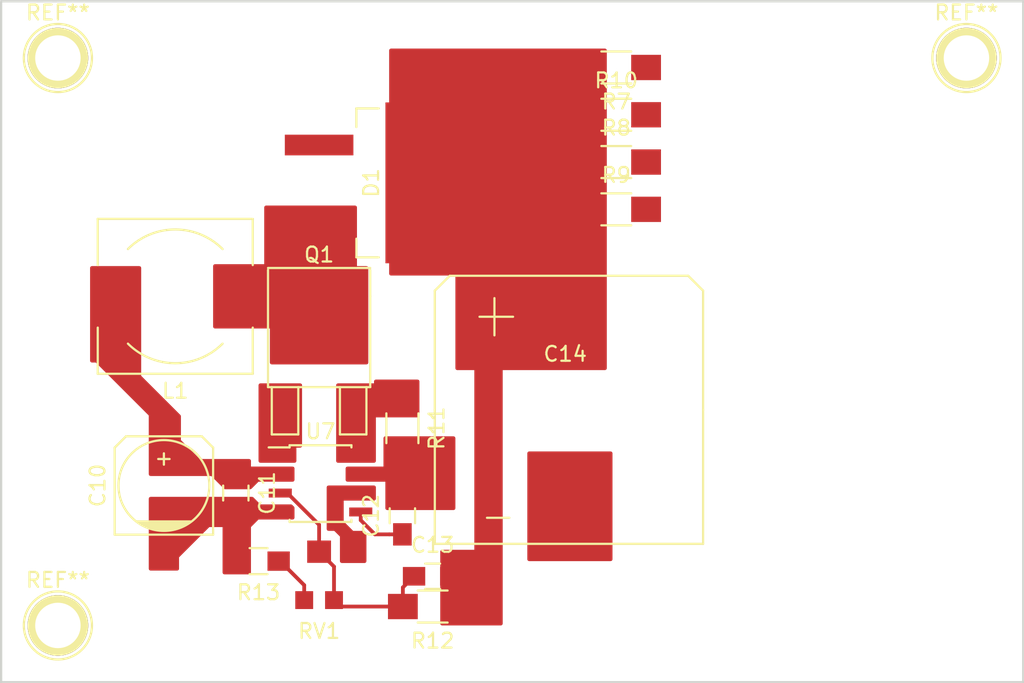
<source format=kicad_pcb>
(kicad_pcb (version 4) (host pcbnew "(2015-12-07 BZR 6352)-product")

  (general
    (links 199)
    (no_connects 130)
    (area -0.075001 -45.795001 68.655001 0.075001)
    (thickness 1.6)
    (drawings 4)
    (tracks 18)
    (zones 0)
    (modules 20)
    (nets 14)
  )

  (page A4)
  (layers
    (0 F.Cu signal)
    (31 B.Cu signal)
    (32 B.Adhes user)
    (33 F.Adhes user)
    (34 B.Paste user)
    (35 F.Paste user)
    (36 B.SilkS user)
    (37 F.SilkS user)
    (38 B.Mask user)
    (39 F.Mask user)
    (40 Dwgs.User user)
    (41 Cmts.User user)
    (42 Eco1.User user)
    (43 Eco2.User user)
    (44 Edge.Cuts user)
    (45 Margin user)
    (46 B.CrtYd user)
    (47 F.CrtYd user)
    (48 B.Fab user)
    (49 F.Fab user)
  )

  (setup
    (last_trace_width 0.254)
    (user_trace_width 0.254)
    (user_trace_width 0.381)
    (user_trace_width 0.508)
    (user_trace_width 0.635)
    (user_trace_width 1.27)
    (trace_clearance 0.2032)
    (zone_clearance 0.2032)
    (zone_45_only no)
    (trace_min 0.2)
    (segment_width 0.2)
    (edge_width 0.15)
    (via_size 0.762)
    (via_drill 0.3302)
    (via_min_size 0.4)
    (via_min_drill 0.3)
    (uvia_size 0.3)
    (uvia_drill 0.1)
    (uvias_allowed no)
    (uvia_min_size 0)
    (uvia_min_drill 0)
    (pcb_text_width 0.3)
    (pcb_text_size 1.5 1.5)
    (mod_edge_width 0.15)
    (mod_text_size 1 1)
    (mod_text_width 0.15)
    (pad_size 2 2)
    (pad_drill 0.59944)
    (pad_to_mask_clearance 0.2)
    (aux_axis_origin 0 0)
    (visible_elements FFFFFF7F)
    (pcbplotparams
      (layerselection 0x00030_80000001)
      (usegerberextensions false)
      (excludeedgelayer true)
      (linewidth 0.100000)
      (plotframeref false)
      (viasonmask false)
      (mode 1)
      (useauxorigin false)
      (hpglpennumber 1)
      (hpglpenspeed 20)
      (hpglpendiameter 15)
      (hpglpenoverlay 2)
      (psnegative false)
      (psa4output false)
      (plotreference true)
      (plotvalue true)
      (plotinvisibletext false)
      (padsonsilk false)
      (subtractmaskfromsilk false)
      (outputformat 1)
      (mirror false)
      (drillshape 1)
      (scaleselection 1)
      (outputdirectory ""))
  )

  (net 0 "")
  (net 1 GND)
  (net 2 170V)
  (net 3 "Net-(R7-Pad1)")
  (net 4 "Net-(R8-Pad2)")
  (net 5 "Net-(R9-Pad2)")
  (net 6 "Net-(R10-Pad2)")
  (net 7 "Net-(C12-Pad1)")
  (net 8 "Net-(C13-Pad1)")
  (net 9 "Net-(D1-Pad2)")
  (net 10 "Net-(Q1-Pad1)")
  (net 11 "Net-(Q1-Pad3)")
  (net 12 "Net-(R13-Pad1)")
  (net 13 +9V)

  (net_class Default "This is the default net class."
    (clearance 0.2032)
    (trace_width 0.2032)
    (via_dia 0.762)
    (via_drill 0.3302)
    (uvia_dia 0.3)
    (uvia_drill 0.1)
    (add_net +5V)
    (add_net +9V)
    (add_net 170V)
    (add_net GND)
    (add_net HourButton)
    (add_net HourOnesA)
    (add_net HourOnesB)
    (add_net HourOnesC)
    (add_net HourOnesD)
    (add_net HourTensA)
    (add_net HourTensB)
    (add_net HourTensC)
    (add_net HourTensD)
    (add_net MinButton)
    (add_net MinOnesA)
    (add_net MinOnesB)
    (add_net MinOnesC)
    (add_net MinOnesD)
    (add_net MinTensA)
    (add_net MinTensB)
    (add_net MinTensC)
    (add_net MinTensD)
    (add_net "Net-(C1-Pad1)")
    (add_net "Net-(C12-Pad1)")
    (add_net "Net-(C13-Pad1)")
    (add_net "Net-(C2-Pad1)")
    (add_net "Net-(D1-Pad2)")
    (add_net "Net-(IC1-Pad19)")
    (add_net "Net-(IC1-Pad22)")
    (add_net "Net-(IC1-Pad25)")
    (add_net "Net-(IC1-Pad26)")
    (add_net "Net-(Q1-Pad1)")
    (add_net "Net-(Q1-Pad3)")
    (add_net "Net-(R1-Pad2)")
    (add_net "Net-(R10-Pad2)")
    (add_net "Net-(R13-Pad1)")
    (add_net "Net-(R2-Pad1)")
    (add_net "Net-(R7-Pad1)")
    (add_net "Net-(R8-Pad2)")
    (add_net "Net-(R9-Pad2)")
    (add_net "Net-(Tube1-Pad10)")
    (add_net "Net-(Tube1-Pad11)")
    (add_net "Net-(Tube1-Pad12)")
    (add_net "Net-(Tube1-Pad13)")
    (add_net "Net-(Tube1-Pad2)")
    (add_net "Net-(Tube1-Pad3)")
    (add_net "Net-(Tube1-Pad4)")
    (add_net "Net-(Tube1-Pad5)")
    (add_net "Net-(Tube1-Pad6)")
    (add_net "Net-(Tube1-Pad7)")
    (add_net "Net-(Tube1-Pad8)")
    (add_net "Net-(Tube1-Pad9)")
    (add_net "Net-(Tube2-Pad10)")
    (add_net "Net-(Tube2-Pad11)")
    (add_net "Net-(Tube2-Pad12)")
    (add_net "Net-(Tube2-Pad13)")
    (add_net "Net-(Tube2-Pad2)")
    (add_net "Net-(Tube2-Pad3)")
    (add_net "Net-(Tube2-Pad4)")
    (add_net "Net-(Tube2-Pad5)")
    (add_net "Net-(Tube2-Pad6)")
    (add_net "Net-(Tube2-Pad7)")
    (add_net "Net-(Tube2-Pad8)")
    (add_net "Net-(Tube2-Pad9)")
    (add_net "Net-(Tube3-Pad10)")
    (add_net "Net-(Tube3-Pad11)")
    (add_net "Net-(Tube3-Pad12)")
    (add_net "Net-(Tube3-Pad13)")
    (add_net "Net-(Tube3-Pad2)")
    (add_net "Net-(Tube3-Pad3)")
    (add_net "Net-(Tube3-Pad4)")
    (add_net "Net-(Tube3-Pad5)")
    (add_net "Net-(Tube3-Pad6)")
    (add_net "Net-(Tube3-Pad7)")
    (add_net "Net-(Tube3-Pad8)")
    (add_net "Net-(Tube3-Pad9)")
    (add_net "Net-(Tube4-Pad10)")
    (add_net "Net-(Tube4-Pad11)")
    (add_net "Net-(Tube4-Pad12)")
    (add_net "Net-(Tube4-Pad13)")
    (add_net "Net-(Tube4-Pad2)")
    (add_net "Net-(Tube4-Pad3)")
    (add_net "Net-(Tube4-Pad4)")
    (add_net "Net-(Tube4-Pad5)")
    (add_net "Net-(Tube4-Pad6)")
    (add_net "Net-(Tube4-Pad7)")
    (add_net "Net-(Tube4-Pad8)")
    (add_net "Net-(Tube4-Pad9)")
    (add_net "Net-(U1-Pad1)")
    (add_net "Net-(U1-Pad2)")
    (add_net "Net-(U1-Pad7)")
    (add_net "Net-(U2-Pad11)")
    (add_net "Net-(U2-Pad13)")
    (add_net "Net-(U2-Pad5)")
    (add_net "Net-(U2-Pad6)")
    (add_net "Net-(U2-Pad8)")
    (add_net "Net-(U2-Pad9)")
    (add_net RESET)
    (add_net SCL)
    (add_net SDA)
  )

  (module Capacitors_SMD:c_elec_6.3x5.3 (layer F.Cu) (tedit 55725E31) (tstamp 5776BC0B)
    (at 10.922 -13.208 90)
    (descr "SMT capacitor, aluminium electrolytic, 6.3x5.3")
    (path /5775C216/5776BCC7)
    (attr smd)
    (fp_text reference C10 (at 0 -4.445 90) (layer F.SilkS)
      (effects (font (size 1 1) (thickness 0.15)))
    )
    (fp_text value 70u (at 0 4.445 90) (layer F.Fab)
      (effects (font (size 1 1) (thickness 0.15)))
    )
    (fp_line (start -4.85 -3.65) (end 4.85 -3.65) (layer F.CrtYd) (width 0.05))
    (fp_line (start 4.85 -3.65) (end 4.85 3.65) (layer F.CrtYd) (width 0.05))
    (fp_line (start 4.85 3.65) (end -4.85 3.65) (layer F.CrtYd) (width 0.05))
    (fp_line (start -4.85 3.65) (end -4.85 -3.65) (layer F.CrtYd) (width 0.05))
    (fp_line (start -2.921 -0.762) (end -2.921 0.762) (layer F.SilkS) (width 0.15))
    (fp_line (start -2.794 1.143) (end -2.794 -1.143) (layer F.SilkS) (width 0.15))
    (fp_line (start -2.667 -1.397) (end -2.667 1.397) (layer F.SilkS) (width 0.15))
    (fp_line (start -2.54 1.651) (end -2.54 -1.651) (layer F.SilkS) (width 0.15))
    (fp_line (start -2.413 -1.778) (end -2.413 1.778) (layer F.SilkS) (width 0.15))
    (fp_line (start -3.302 -3.302) (end -3.302 3.302) (layer F.SilkS) (width 0.15))
    (fp_line (start -3.302 3.302) (end 2.54 3.302) (layer F.SilkS) (width 0.15))
    (fp_line (start 2.54 3.302) (end 3.302 2.54) (layer F.SilkS) (width 0.15))
    (fp_line (start 3.302 2.54) (end 3.302 -2.54) (layer F.SilkS) (width 0.15))
    (fp_line (start 3.302 -2.54) (end 2.54 -3.302) (layer F.SilkS) (width 0.15))
    (fp_line (start 2.54 -3.302) (end -3.302 -3.302) (layer F.SilkS) (width 0.15))
    (fp_line (start 2.159 0) (end 1.397 0) (layer F.SilkS) (width 0.15))
    (fp_line (start 1.778 -0.381) (end 1.778 0.381) (layer F.SilkS) (width 0.15))
    (fp_circle (center 0 0) (end -3.048 0) (layer F.SilkS) (width 0.15))
    (pad 1 smd rect (at 2.75082 0 90) (size 3.59918 1.6002) (layers F.Cu F.Paste F.Mask)
      (net 13 +9V))
    (pad 2 smd rect (at -2.75082 0 90) (size 3.59918 1.6002) (layers F.Cu F.Paste F.Mask)
      (net 1 GND))
    (model Capacitors_SMD.3dshapes/c_elec_6.3x5.3.wrl
      (at (xyz 0 0 0))
      (scale (xyz 1 1 1))
      (rotate (xyz 0 0 0))
    )
  )

  (module Capacitors_SMD:C_0805_HandSoldering (layer F.Cu) (tedit 541A9B8D) (tstamp 5776BC11)
    (at 15.748 -12.7 270)
    (descr "Capacitor SMD 0805, hand soldering")
    (tags "capacitor 0805")
    (path /5775C216/5775DF04)
    (attr smd)
    (fp_text reference C11 (at 0 -2.1 270) (layer F.SilkS)
      (effects (font (size 1 1) (thickness 0.15)))
    )
    (fp_text value u1 (at 0 2.1 270) (layer F.Fab)
      (effects (font (size 1 1) (thickness 0.15)))
    )
    (fp_line (start -2.3 -1) (end 2.3 -1) (layer F.CrtYd) (width 0.05))
    (fp_line (start -2.3 1) (end 2.3 1) (layer F.CrtYd) (width 0.05))
    (fp_line (start -2.3 -1) (end -2.3 1) (layer F.CrtYd) (width 0.05))
    (fp_line (start 2.3 -1) (end 2.3 1) (layer F.CrtYd) (width 0.05))
    (fp_line (start 0.5 -0.85) (end -0.5 -0.85) (layer F.SilkS) (width 0.15))
    (fp_line (start -0.5 0.85) (end 0.5 0.85) (layer F.SilkS) (width 0.15))
    (pad 1 smd rect (at -1.25 0 270) (size 1.5 1.25) (layers F.Cu F.Paste F.Mask)
      (net 13 +9V))
    (pad 2 smd rect (at 1.25 0 270) (size 1.5 1.25) (layers F.Cu F.Paste F.Mask)
      (net 1 GND))
    (model Capacitors_SMD.3dshapes/C_0805_HandSoldering.wrl
      (at (xyz 0 0 0))
      (scale (xyz 1 1 1))
      (rotate (xyz 0 0 0))
    )
  )

  (module Capacitors_SMD:C_0805_HandSoldering (layer F.Cu) (tedit 541A9B8D) (tstamp 5776BC17)
    (at 26.924 -11.176 90)
    (descr "Capacitor SMD 0805, hand soldering")
    (tags "capacitor 0805")
    (path /5775C216/5775DBF2)
    (attr smd)
    (fp_text reference C12 (at 0 -2.1 90) (layer F.SilkS)
      (effects (font (size 1 1) (thickness 0.15)))
    )
    (fp_text value u1 (at 0 2.1 90) (layer F.Fab)
      (effects (font (size 1 1) (thickness 0.15)))
    )
    (fp_line (start -2.3 -1) (end 2.3 -1) (layer F.CrtYd) (width 0.05))
    (fp_line (start -2.3 1) (end 2.3 1) (layer F.CrtYd) (width 0.05))
    (fp_line (start -2.3 -1) (end -2.3 1) (layer F.CrtYd) (width 0.05))
    (fp_line (start 2.3 -1) (end 2.3 1) (layer F.CrtYd) (width 0.05))
    (fp_line (start 0.5 -0.85) (end -0.5 -0.85) (layer F.SilkS) (width 0.15))
    (fp_line (start -0.5 0.85) (end 0.5 0.85) (layer F.SilkS) (width 0.15))
    (pad 1 smd rect (at -1.25 0 90) (size 1.5 1.25) (layers F.Cu F.Paste F.Mask)
      (net 7 "Net-(C12-Pad1)"))
    (pad 2 smd rect (at 1.25 0 90) (size 1.5 1.25) (layers F.Cu F.Paste F.Mask)
      (net 1 GND))
    (model Capacitors_SMD.3dshapes/C_0805_HandSoldering.wrl
      (at (xyz 0 0 0))
      (scale (xyz 1 1 1))
      (rotate (xyz 0 0 0))
    )
  )

  (module Capacitors_SMD:C_0805_HandSoldering (layer F.Cu) (tedit 541A9B8D) (tstamp 5776BC1D)
    (at 28.956 -7.112)
    (descr "Capacitor SMD 0805, hand soldering")
    (tags "capacitor 0805")
    (path /5775C216/5775DB29)
    (attr smd)
    (fp_text reference C13 (at 0 -2.1) (layer F.SilkS)
      (effects (font (size 1 1) (thickness 0.15)))
    )
    (fp_text value 100p (at 0 2.1) (layer F.Fab)
      (effects (font (size 1 1) (thickness 0.15)))
    )
    (fp_line (start -2.3 -1) (end 2.3 -1) (layer F.CrtYd) (width 0.05))
    (fp_line (start -2.3 1) (end 2.3 1) (layer F.CrtYd) (width 0.05))
    (fp_line (start -2.3 -1) (end -2.3 1) (layer F.CrtYd) (width 0.05))
    (fp_line (start 2.3 -1) (end 2.3 1) (layer F.CrtYd) (width 0.05))
    (fp_line (start 0.5 -0.85) (end -0.5 -0.85) (layer F.SilkS) (width 0.15))
    (fp_line (start -0.5 0.85) (end 0.5 0.85) (layer F.SilkS) (width 0.15))
    (pad 1 smd rect (at -1.25 0) (size 1.5 1.25) (layers F.Cu F.Paste F.Mask)
      (net 8 "Net-(C13-Pad1)"))
    (pad 2 smd rect (at 1.25 0) (size 1.5 1.25) (layers F.Cu F.Paste F.Mask)
      (net 2 170V))
    (model Capacitors_SMD.3dshapes/C_0805_HandSoldering.wrl
      (at (xyz 0 0 0))
      (scale (xyz 1 1 1))
      (rotate (xyz 0 0 0))
    )
  )

  (module Footprints:SMDCap18mm (layer F.Cu) (tedit 5776B704) (tstamp 5776BC23)
    (at 38.1 -18.288 180)
    (path /5775C216/5776B755)
    (fp_text reference C14 (at 0.25 3.75 180) (layer F.SilkS)
      (effects (font (size 1 1) (thickness 0.15)))
    )
    (fp_text value 100u (at 0.25 -3 180) (layer F.Fab)
      (effects (font (size 1 1) (thickness 0.15)))
    )
    (fp_line (start 4 -7.25) (end 5.5 -7.25) (layer F.SilkS) (width 0.15))
    (fp_line (start 3.75 6.25) (end 6 6.25) (layer F.SilkS) (width 0.15))
    (fp_line (start 5 5) (end 5 7.5) (layer F.SilkS) (width 0.15))
    (fp_line (start 9 8) (end 9 0) (layer F.SilkS) (width 0.15))
    (fp_line (start 8 9) (end 9 8) (layer F.SilkS) (width 0.15))
    (fp_line (start -8 9) (end 8 9) (layer F.SilkS) (width 0.15))
    (fp_line (start -9 8) (end -8 9) (layer F.SilkS) (width 0.15))
    (fp_line (start -9 0) (end -9 8) (layer F.SilkS) (width 0.15))
    (fp_line (start -9 -9) (end -9 0) (layer F.SilkS) (width 0.15))
    (fp_line (start 9 -9) (end -9 -9) (layer F.SilkS) (width 0.15))
    (fp_line (start 9 0) (end 9 -9) (layer F.SilkS) (width 0.15))
    (pad 1 smd rect (at 0 6.5 180) (size 1.7 6.8) (layers F.Cu F.Paste F.Mask)
      (net 2 170V))
    (pad 2 smd rect (at 0 -6.5 180) (size 1.7 6.8) (layers F.Cu F.Paste F.Mask)
      (net 1 GND))
  )

  (module Choke_SMD:Choke_SMD_10.4x10.4_H4.8 (layer F.Cu) (tedit 552CF641) (tstamp 5776BC31)
    (at 11.684 -25.908 180)
    (descr "Choke, SMD, 10.4x10.4mm 4.8mm height")
    (tags "Choke, SMD")
    (path /5775C216/5775D8CC)
    (attr smd)
    (fp_text reference L1 (at 0 -6.35 180) (layer F.SilkS)
      (effects (font (size 1 1) (thickness 0.15)))
    )
    (fp_text value 33u (at 0 6.35 180) (layer F.Fab)
      (effects (font (size 1 1) (thickness 0.15)))
    )
    (fp_line (start -5.75 -5.45) (end -5.75 5.45) (layer F.CrtYd) (width 0.05))
    (fp_line (start -5.75 5.45) (end 5.75 5.45) (layer F.CrtYd) (width 0.05))
    (fp_line (start 5.75 5.45) (end 5.75 -5.45) (layer F.CrtYd) (width 0.05))
    (fp_line (start 5.75 -5.45) (end -5.75 -5.45) (layer F.CrtYd) (width 0.05))
    (fp_arc (start 0 0) (end 3.175 3.175) (angle 90) (layer F.SilkS) (width 0.15))
    (fp_arc (start 0 0) (end -3.175 -3.175) (angle 90) (layer F.SilkS) (width 0.15))
    (fp_line (start 5.2 -5.2) (end 5.2 -2.1) (layer F.SilkS) (width 0.15))
    (fp_line (start -5.2 -5.2) (end -5.2 -2.1) (layer F.SilkS) (width 0.15))
    (fp_line (start 5.2 5.2) (end 5.2 2.1) (layer F.SilkS) (width 0.15))
    (fp_line (start -5.2 5.2) (end -5.2 2.1) (layer F.SilkS) (width 0.15))
    (fp_line (start -5.2 -5.2) (end 5.2 -5.2) (layer F.SilkS) (width 0.15))
    (fp_line (start -5.2 5.2) (end 5.2 5.2) (layer F.SilkS) (width 0.15))
    (pad 1 smd rect (at -4.15 0 180) (size 2.7 3.6) (layers F.Cu F.Paste F.Mask)
      (net 9 "Net-(D1-Pad2)"))
    (pad 2 smd rect (at 4.15 0 180) (size 2.7 3.6) (layers F.Cu F.Paste F.Mask)
      (net 13 +9V))
  )

  (module TO_SOT_Packages_SMD:TO-252-2Lead (layer F.Cu) (tedit 0) (tstamp 5776BC38)
    (at 21.336 -18.288)
    (descr "DPAK / TO-252 2-lead smd package")
    (tags "dpak TO-252")
    (path /5775C216/5775D4B1)
    (attr smd)
    (fp_text reference Q1 (at 0 -10.414) (layer F.SilkS)
      (effects (font (size 1 1) (thickness 0.15)))
    )
    (fp_text value Q_NMOS_GDS (at 0 -2.413) (layer F.Fab)
      (effects (font (size 1 1) (thickness 0.15)))
    )
    (fp_line (start 1.397 -1.524) (end 1.397 1.651) (layer F.SilkS) (width 0.15))
    (fp_line (start 1.397 1.651) (end 3.175 1.651) (layer F.SilkS) (width 0.15))
    (fp_line (start 3.175 1.651) (end 3.175 -1.524) (layer F.SilkS) (width 0.15))
    (fp_line (start -3.175 -1.524) (end -3.175 1.651) (layer F.SilkS) (width 0.15))
    (fp_line (start -3.175 1.651) (end -1.397 1.651) (layer F.SilkS) (width 0.15))
    (fp_line (start -1.397 1.651) (end -1.397 -1.524) (layer F.SilkS) (width 0.15))
    (fp_line (start 3.429 -7.62) (end 3.429 -1.524) (layer F.SilkS) (width 0.15))
    (fp_line (start 3.429 -1.524) (end -3.429 -1.524) (layer F.SilkS) (width 0.15))
    (fp_line (start -3.429 -1.524) (end -3.429 -9.398) (layer F.SilkS) (width 0.15))
    (fp_line (start -3.429 -9.525) (end 3.429 -9.525) (layer F.SilkS) (width 0.15))
    (fp_line (start 3.429 -9.398) (end 3.429 -7.62) (layer F.SilkS) (width 0.15))
    (pad 1 smd rect (at -2.286 0) (size 1.651 3.048) (layers F.Cu F.Paste F.Mask)
      (net 10 "Net-(Q1-Pad1)"))
    (pad 2 smd rect (at 0 -6.35) (size 6.096 6.096) (layers F.Cu F.Paste F.Mask)
      (net 9 "Net-(D1-Pad2)"))
    (pad 3 smd rect (at 2.286 0) (size 1.651 3.048) (layers F.Cu F.Paste F.Mask)
      (net 11 "Net-(Q1-Pad3)"))
    (model TO_SOT_Packages_SMD.3dshapes/TO-252-2Lead.wrl
      (at (xyz 0 0 0))
      (scale (xyz 1 1 1))
      (rotate (xyz 0 0 0))
    )
  )

  (module Resistors_SMD:R_1206_HandSoldering (layer F.Cu) (tedit 5418A20D) (tstamp 5776BC3E)
    (at 26.924 -17.05 270)
    (descr "Resistor SMD 1206, hand soldering")
    (tags "resistor 1206")
    (path /5775C216/5775D76C)
    (attr smd)
    (fp_text reference R11 (at 0 -2.3 270) (layer F.SilkS)
      (effects (font (size 1 1) (thickness 0.15)))
    )
    (fp_text value 0R40 (at 0 2.3 270) (layer F.Fab)
      (effects (font (size 1 1) (thickness 0.15)))
    )
    (fp_line (start -3.3 -1.2) (end 3.3 -1.2) (layer F.CrtYd) (width 0.05))
    (fp_line (start -3.3 1.2) (end 3.3 1.2) (layer F.CrtYd) (width 0.05))
    (fp_line (start -3.3 -1.2) (end -3.3 1.2) (layer F.CrtYd) (width 0.05))
    (fp_line (start 3.3 -1.2) (end 3.3 1.2) (layer F.CrtYd) (width 0.05))
    (fp_line (start 1 1.075) (end -1 1.075) (layer F.SilkS) (width 0.15))
    (fp_line (start -1 -1.075) (end 1 -1.075) (layer F.SilkS) (width 0.15))
    (pad 1 smd rect (at -2 0 270) (size 2 1.7) (layers F.Cu F.Paste F.Mask)
      (net 11 "Net-(Q1-Pad3)"))
    (pad 2 smd rect (at 2 0 270) (size 2 1.7) (layers F.Cu F.Paste F.Mask)
      (net 1 GND))
    (model Resistors_SMD.3dshapes/R_1206_HandSoldering.wrl
      (at (xyz 0 0 0))
      (scale (xyz 1 1 1))
      (rotate (xyz 0 0 0))
    )
  )

  (module Resistors_SMD:R_1206_HandSoldering (layer F.Cu) (tedit 5418A20D) (tstamp 5776BC44)
    (at 28.956 -5.08 180)
    (descr "Resistor SMD 1206, hand soldering")
    (tags "resistor 1206")
    (path /5775C216/5775D9A9)
    (attr smd)
    (fp_text reference R12 (at 0 -2.3 180) (layer F.SilkS)
      (effects (font (size 1 1) (thickness 0.15)))
    )
    (fp_text value 1M5 (at 0 2.3 180) (layer F.Fab)
      (effects (font (size 1 1) (thickness 0.15)))
    )
    (fp_line (start -3.3 -1.2) (end 3.3 -1.2) (layer F.CrtYd) (width 0.05))
    (fp_line (start -3.3 1.2) (end 3.3 1.2) (layer F.CrtYd) (width 0.05))
    (fp_line (start -3.3 -1.2) (end -3.3 1.2) (layer F.CrtYd) (width 0.05))
    (fp_line (start 3.3 -1.2) (end 3.3 1.2) (layer F.CrtYd) (width 0.05))
    (fp_line (start 1 1.075) (end -1 1.075) (layer F.SilkS) (width 0.15))
    (fp_line (start -1 -1.075) (end 1 -1.075) (layer F.SilkS) (width 0.15))
    (pad 1 smd rect (at -2 0 180) (size 2 1.7) (layers F.Cu F.Paste F.Mask)
      (net 2 170V))
    (pad 2 smd rect (at 2 0 180) (size 2 1.7) (layers F.Cu F.Paste F.Mask)
      (net 8 "Net-(C13-Pad1)"))
    (model Resistors_SMD.3dshapes/R_1206_HandSoldering.wrl
      (at (xyz 0 0 0))
      (scale (xyz 1 1 1))
      (rotate (xyz 0 0 0))
    )
  )

  (module Resistors_SMD:R_0805_HandSoldering (layer F.Cu) (tedit 54189DEE) (tstamp 5776BC4A)
    (at 17.272 -8.128 180)
    (descr "Resistor SMD 0805, hand soldering")
    (tags "resistor 0805")
    (path /5775C216/5775DA0C)
    (attr smd)
    (fp_text reference R13 (at 0 -2.1 180) (layer F.SilkS)
      (effects (font (size 1 1) (thickness 0.15)))
    )
    (fp_text value 47k (at 0 2.1 180) (layer F.Fab)
      (effects (font (size 1 1) (thickness 0.15)))
    )
    (fp_line (start -2.4 -1) (end 2.4 -1) (layer F.CrtYd) (width 0.05))
    (fp_line (start -2.4 1) (end 2.4 1) (layer F.CrtYd) (width 0.05))
    (fp_line (start -2.4 -1) (end -2.4 1) (layer F.CrtYd) (width 0.05))
    (fp_line (start 2.4 -1) (end 2.4 1) (layer F.CrtYd) (width 0.05))
    (fp_line (start 0.6 0.875) (end -0.6 0.875) (layer F.SilkS) (width 0.15))
    (fp_line (start -0.6 -0.875) (end 0.6 -0.875) (layer F.SilkS) (width 0.15))
    (pad 1 smd rect (at -1.35 0 180) (size 1.5 1.3) (layers F.Cu F.Paste F.Mask)
      (net 12 "Net-(R13-Pad1)"))
    (pad 2 smd rect (at 1.35 0 180) (size 1.5 1.3) (layers F.Cu F.Paste F.Mask)
      (net 1 GND))
    (model Resistors_SMD.3dshapes/R_0805_HandSoldering.wrl
      (at (xyz 0 0 0))
      (scale (xyz 1 1 1))
      (rotate (xyz 0 0 0))
    )
  )

  (module Footprints:EVM3Y (layer F.Cu) (tedit 5776BA02) (tstamp 5776BC51)
    (at 21.336 -7.112)
    (path /5775C216/5775DA5F)
    (fp_text reference RV1 (at 0 3.684) (layer F.SilkS)
      (effects (font (size 1 1) (thickness 0.15)))
    )
    (fp_text value 10k (at 0.508 -3.428) (layer F.Fab)
      (effects (font (size 1 1) (thickness 0.15)))
    )
    (pad 1 smd rect (at -1 1.6) (size 1.2 1.2) (layers F.Cu F.Paste F.Mask)
      (net 12 "Net-(R13-Pad1)"))
    (pad 3 smd rect (at 1 1.6) (size 1.2 1.2) (layers F.Cu F.Paste F.Mask)
      (net 8 "Net-(C13-Pad1)"))
    (pad 2 smd rect (at 0 -1.65) (size 1.6 1.5) (layers F.Cu F.Paste F.Mask)
      (net 8 "Net-(C13-Pad1)"))
  )

  (module Housings_SOIC:SOIC-8_3.9x4.9mm_Pitch1.27mm (layer F.Cu) (tedit 54130A77) (tstamp 5776BC5D)
    (at 21.43 -13.335)
    (descr "8-Lead Plastic Small Outline (SN) - Narrow, 3.90 mm Body [SOIC] (see Microchip Packaging Specification 00000049BS.pdf)")
    (tags "SOIC 1.27")
    (path /5775C216/5775D721)
    (attr smd)
    (fp_text reference U7 (at 0 -3.5) (layer F.SilkS)
      (effects (font (size 1 1) (thickness 0.15)))
    )
    (fp_text value Max1771 (at 0 3.5) (layer F.Fab)
      (effects (font (size 1 1) (thickness 0.15)))
    )
    (fp_line (start -3.75 -2.75) (end -3.75 2.75) (layer F.CrtYd) (width 0.05))
    (fp_line (start 3.75 -2.75) (end 3.75 2.75) (layer F.CrtYd) (width 0.05))
    (fp_line (start -3.75 -2.75) (end 3.75 -2.75) (layer F.CrtYd) (width 0.05))
    (fp_line (start -3.75 2.75) (end 3.75 2.75) (layer F.CrtYd) (width 0.05))
    (fp_line (start -2.075 -2.575) (end -2.075 -2.43) (layer F.SilkS) (width 0.15))
    (fp_line (start 2.075 -2.575) (end 2.075 -2.43) (layer F.SilkS) (width 0.15))
    (fp_line (start 2.075 2.575) (end 2.075 2.43) (layer F.SilkS) (width 0.15))
    (fp_line (start -2.075 2.575) (end -2.075 2.43) (layer F.SilkS) (width 0.15))
    (fp_line (start -2.075 -2.575) (end 2.075 -2.575) (layer F.SilkS) (width 0.15))
    (fp_line (start -2.075 2.575) (end 2.075 2.575) (layer F.SilkS) (width 0.15))
    (fp_line (start -2.075 -2.43) (end -3.475 -2.43) (layer F.SilkS) (width 0.15))
    (pad 1 smd rect (at -2.7 -1.905) (size 1.55 0.6) (layers F.Cu F.Paste F.Mask)
      (net 10 "Net-(Q1-Pad1)"))
    (pad 2 smd rect (at -2.7 -0.635) (size 1.55 0.6) (layers F.Cu F.Paste F.Mask)
      (net 13 +9V))
    (pad 3 smd rect (at -2.7 0.635) (size 1.55 0.6) (layers F.Cu F.Paste F.Mask)
      (net 8 "Net-(C13-Pad1)"))
    (pad 4 smd rect (at -2.7 1.905) (size 1.55 0.6) (layers F.Cu F.Paste F.Mask)
      (net 1 GND))
    (pad 5 smd rect (at 2.7 1.905) (size 1.55 0.6) (layers F.Cu F.Paste F.Mask)
      (net 7 "Net-(C12-Pad1)"))
    (pad 6 smd rect (at 2.7 0.635) (size 1.55 0.6) (layers F.Cu F.Paste F.Mask)
      (net 1 GND))
    (pad 7 smd rect (at 2.7 -0.635) (size 1.55 0.6) (layers F.Cu F.Paste F.Mask)
      (net 1 GND))
    (pad 8 smd rect (at 2.7 -1.905) (size 1.55 0.6) (layers F.Cu F.Paste F.Mask)
      (net 11 "Net-(Q1-Pad3)"))
    (model Housings_SOIC.3dshapes/SOIC-8_3.9x4.9mm_Pitch1.27mm.wrl
      (at (xyz 0 0 0))
      (scale (xyz 1 1 1))
      (rotate (xyz 0 0 0))
    )
  )

  (module Footprints:TO-263-ForDiode (layer F.Cu) (tedit 5776BC20) (tstamp 5776BD5B)
    (at 21.336 -33.528)
    (descr "D2PAK / TO-263 3-lead smd package")
    (tags "D2PAK D2PAK-3 TO-263AB TO-263")
    (path /5775C216/5775D93E)
    (attr smd)
    (fp_text reference D1 (at 3.5 0 90) (layer F.SilkS)
      (effects (font (size 1 1) (thickness 0.15)))
    )
    (fp_text value D_Schottky (at 15.25 -0.25 90) (layer F.Fab)
      (effects (font (size 1 1) (thickness 0.15)))
    )
    (fp_line (start 14.1 5.65) (end -2.55 5.65) (layer F.CrtYd) (width 0.05))
    (fp_line (start 14.1 -5.65) (end 14.1 5.65) (layer F.CrtYd) (width 0.05))
    (fp_line (start 14.1 -5.65) (end -2.55 -5.65) (layer F.CrtYd) (width 0.05))
    (fp_line (start -2.55 -5.65) (end -2.55 5.65) (layer F.CrtYd) (width 0.05))
    (fp_line (start 2.5 5) (end 2.5 3.75) (layer F.SilkS) (width 0.15))
    (fp_line (start 2.5 5) (end 4 5) (layer F.SilkS) (width 0.15))
    (fp_line (start 2.5 -5) (end 4 -5) (layer F.SilkS) (width 0.15))
    (fp_line (start 2.5 -5) (end 2.5 -3.75) (layer F.SilkS) (width 0.15))
    (pad 1 smd rect (at 9.15 0) (size 9.4 10.8) (layers F.Cu F.Paste F.Mask)
      (net 2 170V))
    (pad 2 smd rect (at 0 2.54) (size 4.6 1.39) (layers F.Cu F.Paste F.Mask)
      (net 9 "Net-(D1-Pad2)"))
    (pad 0 smd rect (at 0 -2.54) (size 4.6 1.39) (layers F.Cu F.Paste F.Mask))
    (model TO_SOT_Packages_SMD.3dshapes/TO-263-3Lead.wrl
      (at (xyz 0 0 0))
      (scale (xyz 1 1 1))
      (rotate (xyz 0 0 90))
    )
  )

  (module Connect:1pin (layer F.Cu) (tedit 0) (tstamp 5776CDB5)
    (at 64.77 -41.91)
    (descr "module 1 pin (ou trou mecanique de percage)")
    (tags DEV)
    (fp_text reference REF** (at 0 -3.048) (layer F.SilkS)
      (effects (font (size 1 1) (thickness 0.15)))
    )
    (fp_text value 1pin (at 0 2.794) (layer F.Fab)
      (effects (font (size 1 1) (thickness 0.15)))
    )
    (fp_circle (center 0 0) (end 0 -2.286) (layer F.SilkS) (width 0.15))
    (pad 1 thru_hole circle (at 0 0) (size 4.064 4.064) (drill 3.048) (layers *.Cu *.Mask F.SilkS))
  )

  (module Connect:1pin (layer F.Cu) (tedit 0) (tstamp 5776CDBB)
    (at 3.81 -41.91)
    (descr "module 1 pin (ou trou mecanique de percage)")
    (tags DEV)
    (fp_text reference REF** (at 0 -3.048) (layer F.SilkS)
      (effects (font (size 1 1) (thickness 0.15)))
    )
    (fp_text value 1pin (at 0 2.794) (layer F.Fab)
      (effects (font (size 1 1) (thickness 0.15)))
    )
    (fp_circle (center 0 0) (end 0 -2.286) (layer F.SilkS) (width 0.15))
    (pad 1 thru_hole circle (at 0 0) (size 4.064 4.064) (drill 3.048) (layers *.Cu *.Mask F.SilkS))
  )

  (module Connect:1pin (layer F.Cu) (tedit 0) (tstamp 5776CDC1)
    (at 3.81 -3.81)
    (descr "module 1 pin (ou trou mecanique de percage)")
    (tags DEV)
    (fp_text reference REF** (at 0 -3.048) (layer F.SilkS)
      (effects (font (size 1 1) (thickness 0.15)))
    )
    (fp_text value 1pin (at 0 2.794) (layer F.Fab)
      (effects (font (size 1 1) (thickness 0.15)))
    )
    (fp_circle (center 0 0) (end 0 -2.286) (layer F.SilkS) (width 0.15))
    (pad 1 thru_hole circle (at 0 0) (size 4.064 4.064) (drill 3.048) (layers *.Cu *.Mask F.SilkS))
  )

  (module Resistors_SMD:R_1206_HandSoldering (layer F.Cu) (tedit 5418A20D) (tstamp 5776E860)
    (at 41.275 -41.275 180)
    (descr "Resistor SMD 1206, hand soldering")
    (tags "resistor 1206")
    (path /569AF74E/569B2C1B)
    (attr smd)
    (fp_text reference R7 (at 0 -2.3 180) (layer F.SilkS)
      (effects (font (size 1 1) (thickness 0.15)))
    )
    (fp_text value 47K (at 0 2.3 180) (layer F.Fab)
      (effects (font (size 1 1) (thickness 0.15)))
    )
    (fp_line (start -3.3 -1.2) (end 3.3 -1.2) (layer F.CrtYd) (width 0.05))
    (fp_line (start -3.3 1.2) (end 3.3 1.2) (layer F.CrtYd) (width 0.05))
    (fp_line (start -3.3 -1.2) (end -3.3 1.2) (layer F.CrtYd) (width 0.05))
    (fp_line (start 3.3 -1.2) (end 3.3 1.2) (layer F.CrtYd) (width 0.05))
    (fp_line (start 1 1.075) (end -1 1.075) (layer F.SilkS) (width 0.15))
    (fp_line (start -1 -1.075) (end 1 -1.075) (layer F.SilkS) (width 0.15))
    (pad 1 smd rect (at -2 0 180) (size 2 1.7) (layers F.Cu F.Paste F.Mask)
      (net 3 "Net-(R7-Pad1)"))
    (pad 2 smd rect (at 2 0 180) (size 2 1.7) (layers F.Cu F.Paste F.Mask)
      (net 2 170V))
    (model Resistors_SMD.3dshapes/R_1206_HandSoldering.wrl
      (at (xyz 0 0 0))
      (scale (xyz 1 1 1))
      (rotate (xyz 0 0 0))
    )
  )

  (module Resistors_SMD:R_1206_HandSoldering (layer F.Cu) (tedit 5418A20D) (tstamp 5776E86B)
    (at 41.275 -34.925)
    (descr "Resistor SMD 1206, hand soldering")
    (tags "resistor 1206")
    (path /569AF74E/569B2CE7)
    (attr smd)
    (fp_text reference R8 (at 0 -2.3) (layer F.SilkS)
      (effects (font (size 1 1) (thickness 0.15)))
    )
    (fp_text value 47K (at 0 2.3) (layer F.Fab)
      (effects (font (size 1 1) (thickness 0.15)))
    )
    (fp_line (start -3.3 -1.2) (end 3.3 -1.2) (layer F.CrtYd) (width 0.05))
    (fp_line (start -3.3 1.2) (end 3.3 1.2) (layer F.CrtYd) (width 0.05))
    (fp_line (start -3.3 -1.2) (end -3.3 1.2) (layer F.CrtYd) (width 0.05))
    (fp_line (start 3.3 -1.2) (end 3.3 1.2) (layer F.CrtYd) (width 0.05))
    (fp_line (start 1 1.075) (end -1 1.075) (layer F.SilkS) (width 0.15))
    (fp_line (start -1 -1.075) (end 1 -1.075) (layer F.SilkS) (width 0.15))
    (pad 1 smd rect (at -2 0) (size 2 1.7) (layers F.Cu F.Paste F.Mask)
      (net 2 170V))
    (pad 2 smd rect (at 2 0) (size 2 1.7) (layers F.Cu F.Paste F.Mask)
      (net 4 "Net-(R8-Pad2)"))
    (model Resistors_SMD.3dshapes/R_1206_HandSoldering.wrl
      (at (xyz 0 0 0))
      (scale (xyz 1 1 1))
      (rotate (xyz 0 0 0))
    )
  )

  (module Resistors_SMD:R_1206_HandSoldering (layer F.Cu) (tedit 5418A20D) (tstamp 5776E876)
    (at 41.275 -31.75)
    (descr "Resistor SMD 1206, hand soldering")
    (tags "resistor 1206")
    (path /569AF74E/569B2C81)
    (attr smd)
    (fp_text reference R9 (at 0 -2.3) (layer F.SilkS)
      (effects (font (size 1 1) (thickness 0.15)))
    )
    (fp_text value 47K (at 0 2.3) (layer F.Fab)
      (effects (font (size 1 1) (thickness 0.15)))
    )
    (fp_line (start -3.3 -1.2) (end 3.3 -1.2) (layer F.CrtYd) (width 0.05))
    (fp_line (start -3.3 1.2) (end 3.3 1.2) (layer F.CrtYd) (width 0.05))
    (fp_line (start -3.3 -1.2) (end -3.3 1.2) (layer F.CrtYd) (width 0.05))
    (fp_line (start 3.3 -1.2) (end 3.3 1.2) (layer F.CrtYd) (width 0.05))
    (fp_line (start 1 1.075) (end -1 1.075) (layer F.SilkS) (width 0.15))
    (fp_line (start -1 -1.075) (end 1 -1.075) (layer F.SilkS) (width 0.15))
    (pad 1 smd rect (at -2 0) (size 2 1.7) (layers F.Cu F.Paste F.Mask)
      (net 2 170V))
    (pad 2 smd rect (at 2 0) (size 2 1.7) (layers F.Cu F.Paste F.Mask)
      (net 5 "Net-(R9-Pad2)"))
    (model Resistors_SMD.3dshapes/R_1206_HandSoldering.wrl
      (at (xyz 0 0 0))
      (scale (xyz 1 1 1))
      (rotate (xyz 0 0 0))
    )
  )

  (module Resistors_SMD:R_1206_HandSoldering (layer F.Cu) (tedit 5418A20D) (tstamp 5776E881)
    (at 41.275 -38.1)
    (descr "Resistor SMD 1206, hand soldering")
    (tags "resistor 1206")
    (path /569AF74E/569B2E28)
    (attr smd)
    (fp_text reference R10 (at 0 -2.3) (layer F.SilkS)
      (effects (font (size 1 1) (thickness 0.15)))
    )
    (fp_text value 47K (at 0 2.3) (layer F.Fab)
      (effects (font (size 1 1) (thickness 0.15)))
    )
    (fp_line (start -3.3 -1.2) (end 3.3 -1.2) (layer F.CrtYd) (width 0.05))
    (fp_line (start -3.3 1.2) (end 3.3 1.2) (layer F.CrtYd) (width 0.05))
    (fp_line (start -3.3 -1.2) (end -3.3 1.2) (layer F.CrtYd) (width 0.05))
    (fp_line (start 3.3 -1.2) (end 3.3 1.2) (layer F.CrtYd) (width 0.05))
    (fp_line (start 1 1.075) (end -1 1.075) (layer F.SilkS) (width 0.15))
    (fp_line (start -1 -1.075) (end 1 -1.075) (layer F.SilkS) (width 0.15))
    (pad 1 smd rect (at -2 0) (size 2 1.7) (layers F.Cu F.Paste F.Mask)
      (net 2 170V))
    (pad 2 smd rect (at 2 0) (size 2 1.7) (layers F.Cu F.Paste F.Mask)
      (net 6 "Net-(R10-Pad2)"))
    (model Resistors_SMD.3dshapes/R_1206_HandSoldering.wrl
      (at (xyz 0 0 0))
      (scale (xyz 1 1 1))
      (rotate (xyz 0 0 0))
    )
  )

  (gr_line (start 68.58 0) (end 68.58 -45.72) (layer Edge.Cuts) (width 0.15))
  (gr_line (start 0 0) (end 68.58 0) (layer Edge.Cuts) (width 0.15))
  (gr_line (start 0 -45.72) (end 0 0) (layer Edge.Cuts) (width 0.15))
  (gr_line (start 68.58 -45.72) (end 0 -45.72) (layer Edge.Cuts) (width 0.15))

  (segment (start 30.956 -5.08) (end 30.956 -6.362) (width 0.254) (layer F.Cu) (net 2))
  (segment (start 30.956 -6.362) (end 30.206 -7.112) (width 0.254) (layer F.Cu) (net 2))
  (segment (start 24.13 -11.43) (end 24.13 -10.876) (width 0.254) (layer F.Cu) (net 7))
  (segment (start 24.13 -10.876) (end 25.08 -9.926) (width 0.254) (layer F.Cu) (net 7))
  (segment (start 25.08 -9.926) (end 26.045 -9.926) (width 0.254) (layer F.Cu) (net 7))
  (segment (start 26.045 -9.926) (end 26.924 -9.926) (width 0.254) (layer F.Cu) (net 7))
  (segment (start 22.336 -5.512) (end 22.336 -7.762) (width 0.254) (layer F.Cu) (net 8))
  (segment (start 22.336 -7.762) (end 21.336 -8.762) (width 0.254) (layer F.Cu) (net 8))
  (segment (start 26.956 -5.08) (end 22.768 -5.08) (width 0.254) (layer F.Cu) (net 8))
  (segment (start 22.768 -5.08) (end 22.336 -5.512) (width 0.254) (layer F.Cu) (net 8))
  (segment (start 26.956 -5.08) (end 26.956 -6.362) (width 0.254) (layer F.Cu) (net 8))
  (segment (start 26.956 -6.362) (end 27.706 -7.112) (width 0.254) (layer F.Cu) (net 8))
  (segment (start 21.336 -8.762) (end 21.336 -10.569) (width 0.254) (layer F.Cu) (net 8))
  (segment (start 21.336 -10.569) (end 19.205 -12.7) (width 0.254) (layer F.Cu) (net 8))
  (segment (start 19.205 -12.7) (end 18.73 -12.7) (width 0.254) (layer F.Cu) (net 8))
  (segment (start 20.336 -5.512) (end 20.336 -6.514) (width 0.254) (layer F.Cu) (net 12))
  (segment (start 20.336 -6.514) (end 18.722 -8.128) (width 0.254) (layer F.Cu) (net 12))
  (segment (start 18.722 -8.128) (end 18.622 -8.128) (width 0.254) (layer F.Cu) (net 12))

  (zone (net 1) (net_name GND) (layer B.Cu) (tstamp 0) (hatch edge 0.508)
    (connect_pads (clearance 1.5))
    (min_thickness 0.254)
    (fill yes (arc_segments 16) (thermal_gap 0.508) (thermal_bridge_width 0.508))
    (polygon
      (pts
        (xy 0 -45.72) (xy 0 0) (xy 68.58 0) (xy 68.58 -45.72)
      )
    )
  )
  (zone (net 10) (net_name "Net-(Q1-Pad1)") (layer F.Cu) (tstamp 0) (hatch edge 0.508)
    (connect_pads yes (clearance 0.2032))
    (min_thickness 0.254)
    (fill yes (arc_segments 16) (thermal_gap 0.508) (thermal_bridge_width 0.508))
    (polygon
      (pts
        (xy 19.685 -14.732) (xy 17.272 -14.732) (xy 17.272 -20.066) (xy 20.193 -20.066) (xy 20.193 -15.748)
        (xy 19.812 -15.748) (xy 19.812 -14.732)
      )
    )
    (filled_polygon
      (pts
        (xy 20.066 -15.875) (xy 19.812 -15.875) (xy 19.76259 -15.864994) (xy 19.720965 -15.836553) (xy 19.693685 -15.794159)
        (xy 19.685 -15.748) (xy 19.685 -14.859) (xy 17.399 -14.859) (xy 17.399 -19.939) (xy 20.066 -19.939)
      )
    )
  )
  (zone (net 9) (net_name "Net-(D1-Pad2)") (layer F.Cu) (tstamp 0) (hatch edge 0.508)
    (connect_pads yes (clearance 0.2032))
    (min_thickness 0.254)
    (fill yes (arc_segments 16) (thermal_gap 0.508) (thermal_bridge_width 0.508))
    (polygon
      (pts
        (xy 24.638 -21.336) (xy 18.034 -21.336) (xy 18.034 -23.749) (xy 14.224 -23.749) (xy 14.224 -28.067)
        (xy 17.653 -28.067) (xy 17.653 -32.004) (xy 23.876 -32.004) (xy 23.876 -29.845) (xy 23.876 -27.94)
        (xy 24.638 -27.94)
      )
    )
    (filled_polygon
      (pts
        (xy 23.749 -27.94) (xy 23.759006 -27.89059) (xy 23.787447 -27.848965) (xy 23.829841 -27.821685) (xy 23.876 -27.813)
        (xy 24.511 -27.813) (xy 24.511 -21.463) (xy 18.161 -21.463) (xy 18.161 -23.749) (xy 18.150994 -23.79841)
        (xy 18.122553 -23.840035) (xy 18.080159 -23.867315) (xy 18.034 -23.876) (xy 14.351 -23.876) (xy 14.351 -27.94)
        (xy 17.653 -27.94) (xy 17.70241 -27.950006) (xy 17.744035 -27.978447) (xy 17.771315 -28.020841) (xy 17.78 -28.067)
        (xy 17.78 -31.877) (xy 23.749 -31.877)
      )
    )
  )
  (zone (net 11) (net_name "Net-(Q1-Pad3)") (layer F.Cu) (tstamp 0) (hatch edge 0.508)
    (connect_pads yes (clearance 0.2032))
    (min_thickness 0.254)
    (fill yes (arc_segments 16) (thermal_gap 0.508) (thermal_bridge_width 0.508))
    (polygon
      (pts
        (xy 25.146 -14.732) (xy 23.114 -14.732) (xy 22.479 -14.732) (xy 22.479 -20.066) (xy 25.019 -20.066)
        (xy 25.019 -20.32) (xy 28.067 -20.32) (xy 28.067 -17.78) (xy 25.146 -17.78)
      )
    )
    (filled_polygon
      (pts
        (xy 27.94 -17.907) (xy 25.146 -17.907) (xy 25.09659 -17.896994) (xy 25.054965 -17.868553) (xy 25.027685 -17.826159)
        (xy 25.019 -17.78) (xy 25.019 -14.859) (xy 22.606 -14.859) (xy 22.606 -19.939) (xy 25.019 -19.939)
        (xy 25.06841 -19.949006) (xy 25.110035 -19.977447) (xy 25.137315 -20.019841) (xy 25.146 -20.066) (xy 25.146 -20.193)
        (xy 27.94 -20.193)
      )
    )
  )
  (zone (net 1) (net_name GND) (layer F.Cu) (tstamp 0) (hatch edge 0.508)
    (connect_pads yes (clearance 0.2032))
    (min_thickness 0.254)
    (fill yes (arc_segments 16) (thermal_gap 0.508) (thermal_bridge_width 0.508))
    (polygon
      (pts
        (xy 23.114 -14.478) (xy 23.114 -13.462) (xy 25.781 -13.462) (xy 25.781 -11.557) (xy 29.972 -11.557)
        (xy 30.48 -11.557) (xy 30.48 -16.51) (xy 25.654 -16.51) (xy 25.654 -14.478)
      )
    )
    (filled_polygon
      (pts
        (xy 30.353 -11.684) (xy 25.908 -11.684) (xy 25.908 -13.462) (xy 25.897994 -13.51141) (xy 25.869553 -13.553035)
        (xy 25.827159 -13.580315) (xy 25.781 -13.589) (xy 23.241 -13.589) (xy 23.241 -14.351) (xy 25.654 -14.351)
        (xy 25.70341 -14.361006) (xy 25.745035 -14.389447) (xy 25.772315 -14.431841) (xy 25.781 -14.478) (xy 25.781 -16.383)
        (xy 30.353 -16.383)
      )
    )
  )
  (zone (net 1) (net_name GND) (layer F.Cu) (tstamp 0) (hatch edge 0.508)
    (connect_pads yes (clearance 0.2032))
    (min_thickness 0.254)
    (fill yes (arc_segments 16) (thermal_gap 0.508) (thermal_bridge_width 0.508))
    (polygon
      (pts
        (xy 25.146 -12.192) (xy 25.146 -13.208) (xy 21.844 -13.208) (xy 21.844 -10.16) (xy 22.352 -10.16)
        (xy 22.479 -10.033) (xy 22.733 -9.779) (xy 22.733 -8.001) (xy 24.511 -8.001) (xy 24.511 -10.16)
        (xy 23.622 -10.16) (xy 23.241 -10.541) (xy 22.987 -10.795) (xy 22.987 -12.192)
      )
    )
    (filled_polygon
      (pts
        (xy 25.019 -12.319) (xy 22.987 -12.319) (xy 22.93759 -12.308994) (xy 22.895965 -12.280553) (xy 22.868685 -12.238159)
        (xy 22.86 -12.192) (xy 22.86 -10.795) (xy 22.870006 -10.74559) (xy 22.897197 -10.705197) (xy 23.532197 -10.070197)
        (xy 23.574211 -10.042334) (xy 23.622 -10.033) (xy 24.326422 -10.033) (xy 24.384 -9.975422) (xy 24.384 -8.128)
        (xy 22.86 -8.128) (xy 22.86 -9.779) (xy 22.849994 -9.82841) (xy 22.822803 -9.868803) (xy 22.441803 -10.249803)
        (xy 22.399789 -10.277666) (xy 22.352 -10.287) (xy 21.971 -10.287) (xy 21.971 -13.081) (xy 25.019 -13.081)
      )
    )
  )
  (zone (net 1) (net_name GND) (layer F.Cu) (tstamp 0) (hatch edge 0.508)
    (connect_pads yes (clearance 0.2032))
    (min_thickness 0.254)
    (fill yes (arc_segments 16) (thermal_gap 0.508) (thermal_bridge_width 0.508))
    (polygon
      (pts
        (xy 38.1 -8.128) (xy 41.021 -8.128) (xy 41.021 -15.494) (xy 35.306 -15.494) (xy 35.306 -8.128)
      )
    )
    (filled_polygon
      (pts
        (xy 40.894 -8.255) (xy 35.433 -8.255) (xy 35.433 -15.367) (xy 40.894 -15.367)
      )
    )
  )
  (zone (net 1) (net_name GND) (layer F.Cu) (tstamp 0) (hatch edge 0.508)
    (connect_pads yes (clearance 0.2032))
    (min_thickness 0.254)
    (fill yes (arc_segments 16) (thermal_gap 0.508) (thermal_bridge_width 0.508))
    (polygon
      (pts
        (xy 19.685 -10.922) (xy 19.685 -11.938) (xy 17.399 -11.938) (xy 16.891 -12.446) (xy 9.906 -12.446)
        (xy 9.906 -8.382) (xy 9.906 -7.493) (xy 10.922 -7.493) (xy 11.938 -7.493) (xy 11.938 -8.382)
        (xy 13.97 -10.414) (xy 14.859 -10.414) (xy 14.859 -7.239) (xy 16.764 -7.239) (xy 16.764 -10.414)
        (xy 17.272 -10.922)
      )
    )
    (filled_polygon
      (pts
        (xy 17.309197 -11.848197) (xy 17.351211 -11.820334) (xy 17.399 -11.811) (xy 19.447422 -11.811) (xy 19.558 -11.700422)
        (xy 19.558 -11.049) (xy 17.272 -11.049) (xy 17.22259 -11.038994) (xy 17.182197 -11.011803) (xy 16.674197 -10.503803)
        (xy 16.646334 -10.461789) (xy 16.637 -10.414) (xy 16.637 -7.366) (xy 14.986 -7.366) (xy 14.986 -10.414)
        (xy 14.975994 -10.46341) (xy 14.947553 -10.505035) (xy 14.905159 -10.532315) (xy 14.859 -10.541) (xy 13.97 -10.541)
        (xy 13.92059 -10.530994) (xy 13.880197 -10.503803) (xy 11.848197 -8.471803) (xy 11.820334 -8.429789) (xy 11.811 -8.382)
        (xy 11.811 -7.62) (xy 10.033 -7.62) (xy 10.033 -12.319) (xy 16.838394 -12.319)
      )
    )
  )
  (zone (net 13) (net_name +9V) (layer F.Cu) (tstamp 0) (hatch edge 0.508)
    (connect_pads yes (clearance 0.2032))
    (min_thickness 0.254)
    (fill yes (arc_segments 16) (thermal_gap 0.508) (thermal_bridge_width 0.508))
    (polygon
      (pts
        (xy 19.685 -14.478) (xy 16.764 -14.478) (xy 16.764 -14.986) (xy 14.986 -14.986) (xy 14.732 -14.986)
        (xy 13.335 -14.986) (xy 12.065 -16.256) (xy 12.065 -17.907) (xy 9.398 -20.574) (xy 9.398 -27.94)
        (xy 5.969 -27.94) (xy 5.969 -21.463) (xy 6.35 -21.463) (xy 9.906 -17.907) (xy 9.906 -13.843)
        (xy 14.097 -13.843) (xy 14.986 -12.954) (xy 16.764 -12.954) (xy 17.272 -13.462) (xy 19.685 -13.462)
      )
    )
    (filled_polygon
      (pts
        (xy 9.271 -20.574) (xy 9.281006 -20.52459) (xy 9.308197 -20.484197) (xy 11.938 -17.854394) (xy 11.938 -16.256)
        (xy 11.948006 -16.20659) (xy 11.975197 -16.166197) (xy 13.245197 -14.896197) (xy 13.287211 -14.868334) (xy 13.335 -14.859)
        (xy 16.637 -14.859) (xy 16.637 -14.478) (xy 16.647006 -14.42859) (xy 16.675447 -14.386965) (xy 16.717841 -14.359685)
        (xy 16.764 -14.351) (xy 19.558 -14.351) (xy 19.558 -13.589) (xy 17.272 -13.589) (xy 17.22259 -13.578994)
        (xy 17.182197 -13.551803) (xy 16.711394 -13.081) (xy 15.038606 -13.081) (xy 14.186803 -13.932803) (xy 14.144789 -13.960666)
        (xy 14.097 -13.97) (xy 10.033 -13.97) (xy 10.033 -17.907) (xy 10.022994 -17.95641) (xy 9.995803 -17.996803)
        (xy 6.439803 -21.552803) (xy 6.397789 -21.580666) (xy 6.35 -21.59) (xy 6.096 -21.59) (xy 6.096 -27.813)
        (xy 9.271 -27.813)
      )
    )
  )
  (zone (net 2) (net_name 170V) (layer F.Cu) (tstamp 0) (hatch edge 0.508)
    (connect_pads yes (clearance 0.2032))
    (min_thickness 0.254)
    (fill yes (arc_segments 16) (thermal_gap 0.508) (thermal_bridge_width 0.508))
    (polygon
      (pts
        (xy 26.035 -38.735) (xy 26.035 -42.545) (xy 40.64 -42.545) (xy 40.64 -20.955) (xy 33.655 -20.955)
        (xy 33.655 -3.81) (xy 31.115 -3.81) (xy 29.464 -3.81) (xy 29.464 -8.89) (xy 31.75 -8.89)
        (xy 31.75 -20.955) (xy 30.48 -20.955) (xy 30.48 -27.305) (xy 26.035 -27.305)
      )
    )
    (filled_polygon
      (pts
        (xy 40.513 -21.082) (xy 33.655 -21.082) (xy 33.60559 -21.071994) (xy 33.563965 -21.043553) (xy 33.536685 -21.001159)
        (xy 33.528 -20.955) (xy 33.528 -3.937) (xy 29.591 -3.937) (xy 29.591 -8.763) (xy 31.75 -8.763)
        (xy 31.79941 -8.773006) (xy 31.841035 -8.801447) (xy 31.868315 -8.843841) (xy 31.877 -8.89) (xy 31.877 -20.955)
        (xy 31.866994 -21.00441) (xy 31.838553 -21.046035) (xy 31.796159 -21.073315) (xy 31.75 -21.082) (xy 30.607 -21.082)
        (xy 30.607 -27.305) (xy 30.596994 -27.35441) (xy 30.568553 -27.396035) (xy 30.526159 -27.423315) (xy 30.48 -27.432)
        (xy 26.162 -27.432) (xy 26.162 -42.418) (xy 40.513 -42.418)
      )
    )
  )
)

</source>
